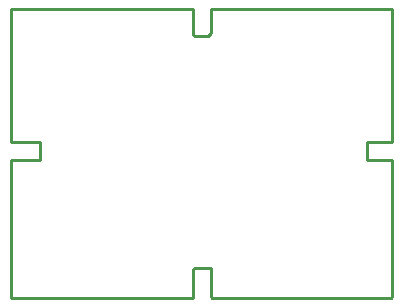
<source format=gm1>
G04*
G04 #@! TF.GenerationSoftware,Altium Limited,Altium Designer,22.1.2 (22)*
G04*
G04 Layer_Color=16711935*
%FSLAX25Y25*%
%MOIN*%
G70*
G04*
G04 #@! TF.SameCoordinates,A84A231E-1FB4-490D-AB1D-95A42E3D9FFD*
G04*
G04*
G04 #@! TF.FilePolarity,Positive*
G04*
G01*
G75*
%ADD21C,0.01000*%
D21*
X264500Y143500D02*
X324000D01*
X258000Y153000D02*
X258500Y153500D01*
X197500Y189500D02*
X207000D01*
X197500Y195500D02*
Y240000D01*
X258000Y231500D02*
Y240000D01*
X197500D02*
X258000D01*
X324000Y143500D02*
X324500Y144000D01*
X316000Y189500D02*
Y195500D01*
X197500Y143500D02*
X258000D01*
X264000Y240000D02*
X324500D01*
X316000Y189500D02*
X324500D01*
X258000Y231500D02*
X258500Y231000D01*
X264000Y144000D02*
Y153500D01*
X324500Y195500D02*
Y240000D01*
X207000Y189500D02*
Y195500D01*
X258500Y231000D02*
X263000D01*
X264000Y144000D02*
X264500Y143500D01*
X197500D02*
Y189500D01*
X324500Y144000D02*
Y189500D01*
X258500Y153500D02*
X264000D01*
X263000Y231000D02*
X264000Y232000D01*
X258000Y143500D02*
Y153000D01*
X316000Y195500D02*
X324500D01*
X264000Y232000D02*
Y240000D01*
X197500Y195500D02*
X207000D01*
M02*

</source>
